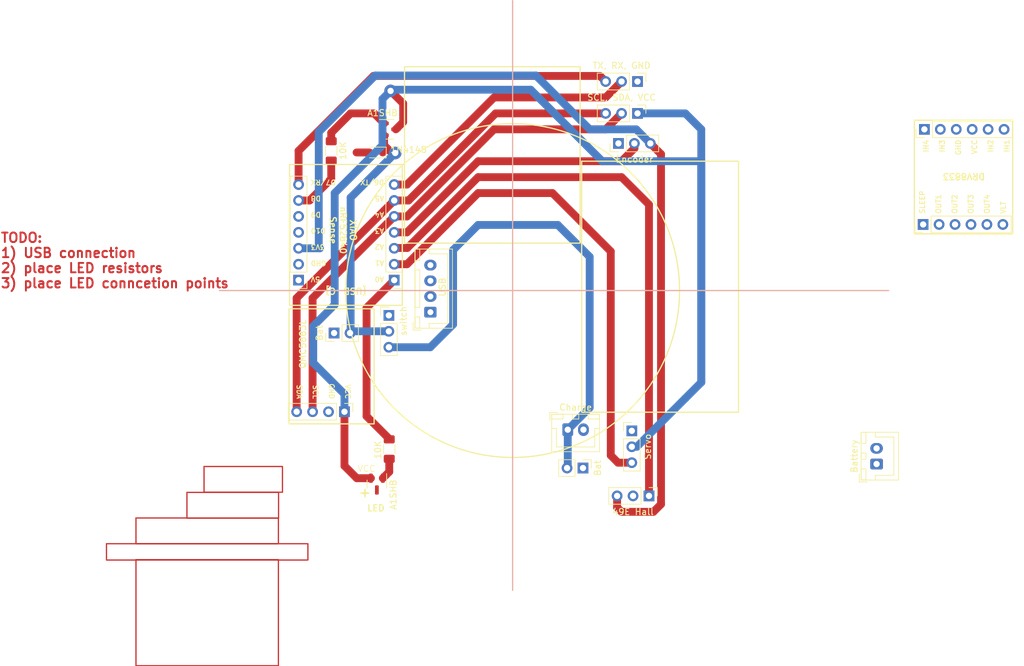
<source format=kicad_pcb>
(kicad_pcb (version 20221018) (generator pcbnew)
  (layers (0 "F.Cu" signal) (31 "B.Cu" signal) (34 "B.Paste" user) (35 "F.Paste" user) (36 "B.SilkS" user "B.Silkscreen") (37 "F.SilkS" user "F.Silkscreen") (38 "B.Mask" user) (39 "F.Mask" user) (44 "Edge.Cuts" user))
  (net 0 "")
  (net 1 "GND")
  (footprint "Package_TO_SOT_SMD:SOT-23" (layer "F.Cu") (at 115.942517 117.49624 -90)
    (fp_text reference "A1SHB" (at 1.694564 -2.612054 90) (layer "F.SilkS"))
    (fp_text value "SOT-23")
    (fp_line (start 0 -1.56) (end -1.675 -1.56) (stroke (width 0.12)) (layer "F.SilkS"))
    (fp_line (start 0 -1.56) (end 0.65 -1.56) (stroke (width 0.12)) (layer "F.SilkS"))
    (fp_line (start 0 1.56) (end -0.65 1.56) (stroke (width 0.12)) (layer "F.SilkS"))
    (fp_line (start 0 1.56) (end 0.65 1.56) (stroke (width 0.12)) (layer "F.SilkS"))
    (pad "1" smd roundrect (at -0.9375 -0.95 270) (size 1.475 0.6) (layers "F.Cu" "F.Paste" "F.Mask"))
    (pad "2" smd roundrect (at -0.9375 0.95 270) (size 1.475 0.6) (layers "F.Cu" "F.Paste" "F.Mask"))
    (pad "3" smd roundrect (at 0.9375 0 270) (size 1.475 0.6) (layers "F.Cu" "F.Paste" "F.Mask"))
  )
  (footprint "Connector_PinHeader_2.54mm:PinHeader_1x03_P2.54mm_Vertical" (layer "F.Cu") (at 157.48 58.42 -90)
    (fp_text reference "REF**" hide)
    (fp_text value "SCL, SDA, VCC" (at -2.54 2.54) (layer "F.SilkS"))
    (fp_line (start -1.33 -1.33) (end 0 -1.33) (stroke (width 0.12)) (layer "F.SilkS"))
    (fp_line (start -1.33 0) (end -1.33 -1.33) (stroke (width 0.12)) (layer "F.SilkS"))
    (fp_line (start -1.33 1.27) (end -1.33 6.41) (stroke (width 0.12)) (layer "F.SilkS"))
    (fp_line (start -1.33 1.27) (end 1.33 1.27) (stroke (width 0.12)) (layer "F.SilkS"))
    (fp_line (start -1.33 6.41) (end 1.33 6.41) (stroke (width 0.12)) (layer "F.SilkS"))
    (fp_line (start 1.33 1.27) (end 1.33 6.41) (stroke (width 0.12)) (layer "F.SilkS"))
    (pad "1" thru_hole rect (at 0 0 270) (size 1.7 1.7) (drill 1) (layers "*.Cu" "*.Mask"))
    (pad "2" thru_hole oval (at 0 2.54 270) (size 1.7 1.7) (drill 1) (layers "*.Cu" "*.Mask"))
    (pad "3" thru_hole oval (at 0 5.08 270) (size 1.7 1.7) (drill 1) (layers "*.Cu" "*.Mask"))
  )
  (footprint "Resistor_SMD:R_1206_3216Metric_Pad1.30x1.75mm_HandSolder" (layer "F.Cu") (at 117.912586 111.920979 -90)
    (fp_text reference "10K" (at 0.132168 1.806293 90) (layer "F.SilkS"))
    (fp_text value "R1002")
    (fp_line (start -0.727064 -0.91) (end 0.727064 -0.91) (stroke (width 0.12)) (layer "F.SilkS"))
    (fp_line (start -0.727064 0.91) (end 0.727064 0.91) (stroke (width 0.12)) (layer "F.SilkS"))
    (pad "1" smd roundrect (at -1.55 0 270) (size 1.3 1.75) (layers "F.Cu" "F.Paste" "F.Mask") (roundrect_rratio 0.1923076923))
    (pad "2" smd roundrect (at 1.55 0 270) (size 1.3 1.75) (layers "F.Cu" "F.Paste" "F.Mask") (roundrect_rratio 0.1923076923))
  )
  (footprint "MountingHole:MountingHole_2.1mm" (layer "F.Cu") (at 163.672146 60.96)
    (fp_text reference "REF**" hide)
    (fp_text value "MountingHole_2.1mm" hide)
    (pad "" np_thru_hole circle (at 0 0) (size 2.1 2.1) (drill 2.1) (layers "*.Cu" "*.Mask"))
  )
  (footprint "Resistor_SMD:R_1206_3216Metric_Pad1.30x1.75mm_HandSolder" (layer "F.Cu") (at 108.667427 64.402138 90)
    (fp_text reference "10K" (at 0.05733 1.879672 90) (layer "F.SilkS"))
    (fp_text value "R1002")
    (fp_line (start -0.727064 -0.91) (end 0.727064 -0.91) (stroke (width 0.12)) (layer "F.SilkS"))
    (fp_line (start -0.727064 0.91) (end 0.727064 0.91) (stroke (width 0.12)) (layer "F.SilkS"))
    (pad "1" smd roundrect (at -1.55 0 90) (size 1.3 1.75) (layers "F.Cu" "F.Paste" "F.Mask") (roundrect_rratio 0.1923076923))
    (pad "2" smd roundrect (at 1.55 0 90) (size 1.3 1.75) (layers "F.Cu" "F.Paste" "F.Mask") (roundrect_rratio 0.1923076923))
  )
  (footprint "Connector_PinHeader_2.54mm:PinHeader_1x06_P2.54mm_Vertical" (layer "F.Cu") (at 203.005358 76.12 90)
    (fp_text reference "REF**" hide)
    (fp_text value "PinHeader_1x06_P2.54mm_Vertical")
    (fp_line (start -1.33 -1.33) (end 0 -1.33) (stroke (width 0.12)) (layer "F.SilkS"))
    (fp_line (start -1.33 0) (end -1.33 -1.33) (stroke (width 0.12)) (layer "F.SilkS"))
    (fp_line (start -1.33 1.27) (end -1.33 14.03) (stroke (width 0.12)) (layer "F.SilkS"))
    (fp_line (start -1.33 1.27) (end 1.33 1.27) (stroke (width 0.12)) (layer "F.SilkS"))
    (fp_line (start -1.33 14.03) (end 1.33 14.03) (stroke (width 0.12)) (layer "F.SilkS"))
    (fp_line (start 1.33 1.27) (end 1.33 14.03) (stroke (width 0.12)) (layer "F.SilkS"))
    (pad "1" thru_hole rect (at 0 0 90) (size 1.7 1.7) (drill 1) (layers "*.Cu" "*.Mask"))
    (pad "2" thru_hole oval (at 0 2.54 90) (size 1.7 1.7) (drill 1) (layers "*.Cu" "*.Mask"))
    (pad "3" thru_hole oval (at 0 5.08 90) (size 1.7 1.7) (drill 1) (layers "*.Cu" "*.Mask"))
    (pad "4" thru_hole oval (at 0 7.62 90) (size 1.7 1.7) (drill 1) (layers "*.Cu" "*.Mask"))
    (pad "5" thru_hole oval (at 0 10.16 90) (size 1.7 1.7) (drill 1) (layers "*.Cu" "*.Mask"))
    (pad "6" thru_hole oval (at 0 12.7 90) (size 1.7 1.7) (drill 1) (layers "*.Cu" "*.Mask"))
  )
  (footprint "Connector_PinHeader_2.54mm:PinHeader_1x03_P2.54mm_Vertical" (layer "F.Cu") (at 156.569881 109.009009)
    (fp_text reference "Servo" (at 2.54 2.54 90) (layer "F.SilkS"))
    (fp_text value "PinHeader_1x03_P2.54mm_Vertical")
    (fp_line (start -1.33 -1.33) (end 0 -1.33) (stroke (width 0.12)) (layer "F.SilkS"))
    (fp_line (start -1.33 0) (end -1.33 -1.33) (stroke (width 0.12)) (layer "F.SilkS"))
    (fp_line (start -1.33 1.27) (end -1.33 6.41) (stroke (width 0.12)) (layer "F.SilkS"))
    (fp_line (start -1.33 1.27) (end 1.33 1.27) (stroke (width 0.12)) (layer "F.SilkS"))
    (fp_line (start -1.33 6.41) (end 1.33 6.41) (stroke (width 0.12)) (layer "F.SilkS"))
    (fp_line (start 1.33 1.27) (end 1.33 6.41) (stroke (width 0.12)) (layer "F.SilkS"))
    (pad "1" thru_hole rect (at 0 0) (size 1.7 1.7) (drill 1) (layers "*.Cu" "*.Mask") (net 1 "GND"))
    (pad "2" thru_hole oval (at 0 2.54) (size 1.7 1.7) (drill 1) (layers "*.Cu" "*.Mask"))
    (pad "3" thru_hole oval (at 0 5.08) (size 1.7 1.7) (drill 1) (layers "*.Cu" "*.Mask"))
  )
  (footprint "Connector_PinHeader_2.54mm:PinHeader_1x06_P2.54mm_Vertical" (layer "F.Cu") (at 203.2 60.96 90)
    (fp_text reference "REF**" hide)
    (fp_text value "PinHeader_1x06_P2.54mm_Vertical")
    (fp_line (start -1.33 -1.33) (end 0 -1.33) (stroke (width 0.12)) (layer "F.SilkS"))
    (fp_line (start -1.33 0) (end -1.33 -1.33) (stroke (width 0.12)) (layer "F.SilkS"))
    (fp_line (start -1.33 1.27) (end -1.33 14.03) (stroke (width 0.12)) (layer "F.SilkS"))
    (fp_line (start -1.33 1.27) (end 1.33 1.27) (stroke (width 0.12)) (layer "F.SilkS"))
    (fp_line (start -1.33 14.03) (end 1.33 14.03) (stroke (width 0.12)) (layer "F.SilkS"))
    (fp_line (start 1.33 1.27) (end 1.33 14.03) (stroke (width 0.12)) (layer "F.SilkS"))
    (pad "1" thru_hole rect (at 0 0 90) (size 1.7 1.7) (drill 1) (layers "*.Cu" "*.Mask"))
    (pad "2" thru_hole oval (at 0 2.54 90) (size 1.7 1.7) (drill 1) (layers "*.Cu" "*.Mask"))
    (pad "3" thru_hole oval (at 0 5.08 90) (size 1.7 1.7) (drill 1) (layers "*.Cu" "*.Mask") (net 1 "GND"))
    (pad "4" thru_hole oval (at 0 7.62 90) (size 1.7 1.7) (drill 1) (layers "*.Cu" "*.Mask"))
    (pad "5" thru_hole oval (at 0 10.16 90) (size 1.7 1.7) (drill 1) (layers "*.Cu" "*.Mask"))
    (pad "6" thru_hole oval (at 0 12.7 90) (size 1.7 1.7) (drill 1) (layers "*.Cu" "*.Mask"))
  )
  (footprint "Connector_JST:JST_XH_B4B-XH-A_1x04_P2.50mm_Vertical" (layer "F.Cu") (at 124.474132 90.101478 90)
    (fp_text reference "USB" (at 4.001155 1.911127 90) (layer "F.SilkS"))
    (fp_text value "JST_XH_B4B-XH-A_1x04_P2.50mm_Vertical")
    (fp_line (start -2.85 -2.75) (end -2.85 -1.5) (stroke (width 0.12)) (layer "F.SilkS"))
    (fp_line (start -2.56 -2.46) (end -2.56 3.51) (stroke (width 0.12)) (layer "F.SilkS"))
    (fp_line (start -2.56 3.51) (end 10.06 3.51) (stroke (width 0.12)) (layer "F.SilkS"))
    (fp_line (start -2.55 -2.45) (end -2.55 -1.7) (stroke (width 0.12)) (layer "F.SilkS"))
    (fp_line (start -2.55 -1.7) (end -0.75 -1.7) (stroke (width 0.12)) (layer "F.SilkS"))
    (fp_line (start -2.55 -0.2) (end -1.8 -0.2) (stroke (width 0.12)) (layer "F.SilkS"))
    (fp_line (start -1.8 -0.2) (end -1.8 2.75) (stroke (width 0.12)) (layer "F.SilkS"))
    (fp_line (start -1.8 2.75) (end 3.75 2.75) (stroke (width 0.12)) (layer "F.SilkS"))
    (fp_line (start -1.6 -2.75) (end -2.85 -2.75) (stroke (width 0.12)) (layer "F.SilkS"))
    (fp_line (start -0.75 -2.45) (end -2.55 -2.45) (stroke (width 0.12)) (layer "F.SilkS"))
    (fp_line (start -0.75 -1.7) (end -0.75 -2.45) (stroke (width 0.12)) (layer "F.SilkS"))
    (fp_line (start 0.75 -2.45) (end 0.75 -1.7) (stroke (width 0.12)) (layer "F.SilkS"))
    (fp_line (start 0.75 -1.7) (end 6.75 -1.7) (stroke (width 0.12)) (layer "F.SilkS"))
    (fp_line (start 6.75 -2.45) (end 0.75 -2.45) (stroke (width 0.12)) (layer "F.SilkS"))
    (fp_line (start 6.75 -1.7) (end 6.75 -2.45) (stroke (width 0.12)) (layer "F.SilkS"))
    (fp_line (start 8.25 -2.45) (end 8.25 -1.7) (stroke (width 0.12)) (layer "F.SilkS"))
    (fp_line (start 8.25 -1.7) (end 10.05 -1.7) (stroke (width 0.12)) (layer "F.SilkS"))
    (fp_line (start 9.3 -0.2) (end 9.3 2.75) (stroke (width 0.12)) (layer "F.SilkS"))
    (fp_line (start 9.3 2.75) (end 3.75 2.75) (stroke (width 0.12)) (layer "F.SilkS"))
    (fp_line (start 10.05 -2.45) (end 8.25 -2.45) (stroke (width 0.12)) (layer "F.SilkS"))
    (fp_line (start 10.05 -1.7) (end 10.05 -2.45) (stroke (width 0.12)) (layer "F.SilkS"))
    (fp_line (start 10.05 -0.2) (end 9.3 -0.2) (stroke (width 0.12)) (layer "F.SilkS"))
    (fp_line (start 10.06 -2.46) (end -2.56 -2.46) (stroke (width 0.12)) (layer "F.SilkS"))
    (fp_line (start 10.06 3.51) (end 10.06 -2.46) (stroke (width 0.12)) (layer "F.SilkS"))
    (pad "1" thru_hole roundrect (at 0 0 90) (size 1.7 1.95) (drill 0.95) (layers "*.Cu" "*.Mask") (roundrect_rratio 0.147059))
    (pad "2" thru_hole oval (at 2.5 0 90) (size 1.7 1.95) (drill 0.95) (layers "*.Cu" "*.Mask"))
    (pad "3" thru_hole oval (at 5 0 90) (size 1.7 1.95) (drill 0.95) (layers "*.Cu" "*.Mask"))
    (pad "4" thru_hole oval (at 7.5 0 90) (size 1.7 1.95) (drill 0.95) (layers "*.Cu" "*.Mask"))
  )
  (footprint "MountingHole:MountingHole_2.1mm" (layer "F.Cu") (at 112.872146 111.76)
    (fp_text reference "REF**" hide)
    (fp_text value "MountingHole_2.1mm" hide)
    (pad "" np_thru_hole circle (at 0 0) (size 2.1 2.1) (drill 2.1) (layers "*.Cu" "*.Mask"))
  )
  (footprint "Package_TO_SOT_SMD:SOT-23" (layer "F.Cu") (at 118.034308 60.96)
    (fp_text reference "A1SHB" (at -1.194308 -2.612054) (layer "F.SilkS"))
    (fp_text value "SOT-23")
    (fp_line (start 0 -1.56) (end -1.675 -1.56) (stroke (width 0.12)) (layer "F.SilkS"))
    (fp_line (start 0 -1.56) (end 0.65 -1.56) (stroke (width 0.12)) (layer "F.SilkS"))
    (fp_line (start 0 1.56) (end -0.65 1.56) (stroke (width 0.12)) (layer "F.SilkS"))
    (fp_line (start 0 1.56) (end 0.65 1.56) (stroke (width 0.12)) (layer "F.SilkS"))
    (pad "1" smd roundrect (at -0.9375 -0.95) (size 1.475 0.6) (layers "F.Cu" "F.Paste" "F.Mask"))
    (pad "2" smd roundrect (at -0.9375 0.95) (size 1.475 0.6) (layers "F.Cu" "F.Paste" "F.Mask"))
    (pad "3" smd roundrect (at 0.9375 0) (size 1.475 0.6) (layers "F.Cu" "F.Paste" "F.Mask"))
  )
  (footprint "Connector_PinHeader_2.54mm:PinHeader_1x03_P2.54mm_Vertical" (layer "F.Cu") (at 157.48 53.34 -90)
    (fp_text reference "REF**" hide)
    (fp_text value "TX, RX, GND" (at -2.54 2.54) (layer "F.SilkS"))
    (fp_line (start -1.33 -1.33) (end 0 -1.33) (stroke (width 0.12)) (layer "F.SilkS"))
    (fp_line (start -1.33 0) (end -1.33 -1.33) (stroke (width 0.12)) (layer "F.SilkS"))
    (fp_line (start -1.33 1.27) (end -1.33 6.41) (stroke (width 0.12)) (layer "F.SilkS"))
    (fp_line (start -1.33 1.27) (end 1.33 1.27) (stroke (width 0.12)) (layer "F.SilkS"))
    (fp_line (start -1.33 6.41) (end 1.33 6.41) (stroke (width 0.12)) (layer "F.SilkS"))
    (fp_line (start 1.33 1.27) (end 1.33 6.41) (stroke (width 0.12)) (layer "F.SilkS"))
    (pad "1" thru_hole rect (at 0 0 270) (size 1.7 1.7) (drill 1) (layers "*.Cu" "*.Mask") (net 1 "GND"))
    (pad "2" thru_hole oval (at 0 2.54 270) (size 1.7 1.7) (drill 1) (layers "*.Cu" "*.Mask"))
    (pad "3" thru_hole oval (at 0 5.08 270) (size 1.7 1.7) (drill 1) (layers "*.Cu" "*.Mask"))
  )
  (footprint "Connector_PinHeader_2.54mm:PinHeader_1x03_P2.54mm_Vertical" (layer "F.Cu") (at 154.442706 63.204445 90)
    (fp_text reference "REF**" hide)
    (fp_text value "Encoder" (at -2.54 2.54) (layer "F.SilkS"))
    (fp_line (start -1.33 -1.33) (end 0 -1.33) (stroke (width 0.12)) (layer "F.SilkS"))
    (fp_line (start -1.33 0) (end -1.33 -1.33) (stroke (width 0.12)) (layer "F.SilkS"))
    (fp_line (start -1.33 1.27) (end -1.33 6.41) (stroke (width 0.12)) (layer "F.SilkS"))
    (fp_line (start -1.33 1.27) (end 1.33 1.27) (stroke (width 0.12)) (layer "F.SilkS"))
    (fp_line (start -1.33 6.41) (end 1.33 6.41) (stroke (width 0.12)) (layer "F.SilkS"))
    (fp_line (start 1.33 1.27) (end 1.33 6.41) (stroke (width 0.12)) (layer "F.SilkS"))
    (pad "1" thru_hole rect (at 0 0 90) (size 1.7 1.7) (drill 1) (layers "*.Cu" "*.Mask") (net 1 "GND"))
    (pad "2" thru_hole oval (at 0 2.54 90) (size 1.7 1.7) (drill 1) (layers "*.Cu" "*.Mask"))
    (pad "3" thru_hole oval (at 0 5.08 90) (size 1.7 1.7) (drill 1) (layers "*.Cu" "*.Mask"))
  )
  (footprint "Connector_PinHeader_2.54mm:PinHeader_1x07_P2.54mm_Vertical" (layer "F.Cu") (at 118.706017 84.998811 180)
    (fp_text reference "REF**" hide)
    (fp_text value "PinHeader_1x07_P2.54mm_Vertical" hide)
    (fp_line (start -1.33 -1.33) (end 0 -1.33) (stroke (width 0.12)) (layer "F.SilkS"))
    (fp_line (start -1.33 0) (end -1.33 -1.33) (stroke (width 0.12)) (layer "F.SilkS"))
    (fp_line (start -1.33 1.27) (end -1.33 16.57) (stroke (width 0.12)) (layer "F.SilkS"))
    (fp_line (start -1.33 1.27) (end 1.33 1.27) (stroke (width 0.12)) (layer "F.SilkS"))
    (fp_line (start -1.33 16.57) (end 1.33 16.57) (stroke (width 0.12)) (layer "F.SilkS"))
    (fp_line (start 1.33 1.27) (end 1.33 16.57) (stroke (width 0.12)) (layer "F.SilkS"))
    (pad "1" thru_hole rect (at 0 0 180) (size 1.7 1.7) (drill 1) (layers "*.Cu" "*.Mask"))
    (pad "2" thru_hole oval (at 0 2.54 180) (size 1.7 1.7) (drill 1) (layers "*.Cu" "*.Mask"))
    (pad "3" thru_hole oval (at 0 5.08 180) (size 1.7 1.7) (drill 1) (layers "*.Cu" "*.Mask"))
    (pad "4" thru_hole oval (at 0 7.62 180) (size 1.7 1.7) (drill 1) (layers "*.Cu" "*.Mask"))
    (pad "5" thru_hole oval (at 0 10.16 180) (size 1.7 1.7) (drill 1) (layers "*.Cu" "*.Mask"))
    (pad "6" thru_hole oval (at 0 12.7 180) (size 1.7 1.7) (drill 1) (layers "*.Cu" "*.Mask"))
    (pad "7" thru_hole oval (at 0 15.24 180) (size 1.7 1.7) (drill 1) (layers "*.Cu" "*.Mask"))
  )
  (footprint "Connector_JST:JST_XH_B2B-XH-A_1x02_P2.50mm_Vertical" (layer "F.Cu") (at 146.363784 108.826184)
    (fp_text reference "Charge" (at 1.25 -3.55) (layer "F.SilkS"))
    (fp_text value "Charger")
    (fp_line (start -2.85 -2.75) (end -2.85 -1.5) (stroke (width 0.12)) (layer "F.SilkS"))
    (fp_line (start -2.56 -2.46) (end -2.56 3.51) (stroke (width 0.12)) (layer "F.SilkS"))
    (fp_line (start -2.56 3.51) (end 5.06 3.51) (stroke (width 0.12)) (layer "F.SilkS"))
    (fp_line (start -2.55 -2.45) (end -2.55 -1.7) (stroke (width 0.12)) (layer "F.SilkS"))
    (fp_line (start -2.55 -1.7) (end -0.75 -1.7) (stroke (width 0.12)) (layer "F.SilkS"))
    (fp_line (start -2.55 -0.2) (end -1.8 -0.2) (stroke (width 0.12)) (layer "F.SilkS"))
    (fp_line (start -1.8 -0.2) (end -1.8 2.75) (stroke (width 0.12)) (layer "F.SilkS"))
    (fp_line (start -1.8 2.75) (end 1.25 2.75) (stroke (width 0.12)) (layer "F.SilkS"))
    (fp_line (start -1.6 -2.75) (end -2.85 -2.75) (stroke (width 0.12)) (layer "F.SilkS"))
    (fp_line (start -0.75 -2.45) (end -2.55 -2.45) (stroke (width 0.12)) (layer "F.SilkS"))
    (fp_line (start -0.75 -1.7) (end -0.75 -2.45) (stroke (width 0.12)) (layer "F.SilkS"))
    (fp_line (start 0.75 -2.45) (end 0.75 -1.7) (stroke (width 0.12)) (layer "F.SilkS"))
    (fp_line (start 0.75 -1.7) (end 1.75 -1.7) (stroke (width 0.12)) (layer "F.SilkS"))
    (fp_line (start 1.75 -2.45) (end 0.75 -2.45) (stroke (width 0.12)) (layer "F.SilkS"))
    (fp_line (start 1.75 -1.7) (end 1.75 -2.45) (stroke (width 0.12)) (layer "F.SilkS"))
    (fp_line (start 3.25 -2.45) (end 3.25 -1.7) (stroke (width 0.12)) (layer "F.SilkS"))
    (fp_line (start 3.25 -1.7) (end 5.05 -1.7) (stroke (width 0.12)) (layer "F.SilkS"))
    (fp_line (start 4.3 -0.2) (end 4.3 2.75) (stroke (width 0.12)) (layer "F.SilkS"))
    (fp_line (start 4.3 2.75) (end 1.25 2.75) (stroke (width 0.12)) (layer "F.SilkS"))
    (fp_line (start 5.05 -2.45) (end 3.25 -2.45) (stroke (width 0.12)) (layer "F.SilkS"))
    (fp_line (start 5.05 -1.7) (end 5.05 -2.45) (stroke (width 0.12)) (layer "F.SilkS"))
    (fp_line (start 5.05 -0.2) (end 4.3 -0.2) (stroke (width 0.12)) (layer "F.SilkS"))
    (fp_line (start 5.06 -2.46) (end -2.56 -2.46) (stroke (width 0.12)) (layer "F.SilkS"))
    (fp_line (start 5.06 3.51) (end 5.06 -2.46) (stroke (width 0.12)) (layer "F.SilkS"))
    (pad "1" thru_hole roundrect (at 0 0) (size 1.7 2) (drill 1) (layers "*.Cu" "*.Mask") (roundrect_rratio 0.1470588235))
    (pad "2" thru_hole oval (at 2.5 0) (size 1.7 2) (drill 1) (layers "*.Cu" "*.Mask") (net 1 "GND"))
  )
  (footprint "Connector_PinHeader_2.54mm:PinHeader_1x02_P2.54mm_Vertical" (layer "F.Cu") (at 109.124497 93.424023 90)
    (fp_text reference "Bat" (at 0 -2.33 90) (layer "F.SilkS"))
    (fp_text value "PinHeader_1x02_P2.54mm_Vertical")
    (fp_line (start -1.33 -1.33) (end 0 -1.33) (stroke (width 0.12)) (layer "F.SilkS"))
    (fp_line (start -1.33 0) (end -1.33 -1.33) (stroke (width 0.12)) (layer "F.SilkS"))
    (fp_line (start -1.33 1.27) (end -1.33 3.87) (stroke (width 0.12)) (layer "F.SilkS"))
    (fp_line (start -1.33 1.27) (end 1.33 1.27) (stroke (width 0.12)) (layer "F.SilkS"))
    (fp_line (start -1.33 3.87) (end 1.33 3.87) (stroke (width 0.12)) (layer "F.SilkS"))
    (fp_line (start 1.33 1.27) (end 1.33 3.87) (stroke (width 0.12)) (layer "F.SilkS"))
    (pad "1" thru_hole rect (at 0 0 90) (size 1.7 1.7) (drill 1) (layers "*.Cu" "*.Mask"))
    (pad "2" thru_hole oval (at 0 2.54 90) (size 1.7 1.7) (drill 1) (layers "*.Cu" "*.Mask"))
  )
  (footprint "Connector_PinHeader_2.54mm:PinHeader_1x04_P2.54mm_Vertical" (layer "F.Cu") (at 110.777079 105.96674 -90)
    (fp_text reference "QMC5883L" (at -6.775469 6.637079 90) (layer "F.SilkS") (effects (justify left)))
    (fp_text value "PinHeader_1x04_P2.54mm_Vertical")
    (fp_line (start -1.33 -1.33) (end 0 -1.33) (stroke (width 0.12)) (layer "F.SilkS"))
    (fp_line (start -1.33 0) (end -1.33 -1.33) (stroke (width 0.12)) (layer "F.SilkS"))
    (fp_line (start -1.33 1.27) (end -1.33 8.95) (stroke (width 0.12)) (layer "F.SilkS"))
    (fp_line (start -1.33 1.27) (end 1.33 1.27) (stroke (width 0.12)) (layer "F.SilkS"))
    (fp_line (start -1.33 8.95) (end 1.33 8.95) (stroke (width 0.12)) (layer "F.SilkS"))
    (fp_line (start 1.33 1.27) (end 1.33 8.95) (stroke (width 0.12)) (layer "F.SilkS"))
    (pad "1" thru_hole rect (at 0 0 270) (size 1.7 1.7) (drill 1) (layers "*.Cu" "*.Mask"))
    (pad "2" thru_hole oval (at 0 2.54 270) (size 1.7 1.7) (drill 1) (layers "*.Cu" "*.Mask") (net 1 "GND"))
    (pad "3" thru_hole oval (at 0 5.08 270) (size 1.7 1.7) (drill 1) (layers "*.Cu" "*.Mask"))
    (pad "4" thru_hole oval (at 0 7.62 270) (size 1.7 1.7) (drill 1) (layers "*.Cu" "*.Mask"))
  )
  (footprint "Connector_PinHeader_2.54mm:PinHeader_1x02_P2.54mm_Vertical" (layer "F.Cu") (at 148.78989 114.941208 -90)
    (fp_text reference "Bat" (at 0 -2.33 90) (layer "F.SilkS"))
    (fp_text value "PinHeader_1x02_P2.54mm_Vertical")
    (fp_line (start -1.33 -1.33) (end 0 -1.33) (stroke (width 0.12)) (layer "F.SilkS"))
    (fp_line (start -1.33 0) (end -1.33 -1.33) (stroke (width 0.12)) (layer "F.SilkS"))
    (fp_line (start -1.33 1.27) (end -1.33 3.87) (stroke (width 0.12)) (layer "F.SilkS"))
    (fp_line (start -1.33 1.27) (end 1.33 1.27) (stroke (width 0.12)) (layer "F.SilkS"))
    (fp_line (start -1.33 3.87) (end 1.33 3.87) (stroke (width 0.12)) (layer "F.SilkS"))
    (fp_line (start 1.33 1.27) (end 1.33 3.87) (stroke (width 0.12)) (layer "F.SilkS"))
    (pad "1" thru_hole rect (at 0 0 270) (size 1.7 1.7) (drill 1) (layers "*.Cu" "*.Mask") (net 1 "GND"))
    (pad "2" thru_hole oval (at 0 2.54 270) (size 1.7 1.7) (drill 1) (layers "*.Cu" "*.Mask"))
  )
  (footprint "Connector_PinHeader_2.54mm:PinHeader_1x03_P2.54mm_Vertical" (layer "F.Cu") (at 159.308892 119.38 -90)
    (fp_text reference "49E Hall" (at 2.54 2.54) (layer "F.SilkS"))
    (fp_text value "PinHeader_1x03_P2.54mm_Vertical")
    (fp_line (start -1.33 -1.33) (end 0 -1.33) (stroke (width 0.12)) (layer "F.SilkS"))
    (fp_line (start -1.33 0) (end -1.33 -1.33) (stroke (width 0.12)) (layer "F.SilkS"))
    (fp_line (start -1.33 1.27) (end -1.33 6.41) (stroke (width 0.12)) (layer "F.SilkS"))
    (fp_line (start -1.33 1.27) (end 1.33 1.27) (stroke (width 0.12)) (layer "F.SilkS"))
    (fp_line (start -1.33 6.41) (end 1.33 6.41) (stroke (width 0.12)) (layer "F.SilkS"))
    (fp_line (start 1.33 1.27) (end 1.33 6.41) (stroke (width 0.12)) (layer "F.SilkS"))
    (pad "1" thru_hole rect (at 0 0 270) (size 1.7 1.7) (drill 1) (layers "*.Cu" "*.Mask"))
    (pad "2" thru_hole oval (at 0 2.54 270) (size 1.7 1.7) (drill 1) (layers "*.Cu" "*.Mask") (net 1 "GND"))
    (pad "3" thru_hole oval (at 0 5.08 270) (size 1.7 1.7) (drill 1) (layers "*.Cu" "*.Mask"))
  )
  (footprint "Diode_SMD:D_SOD-323" (layer "F.Cu") (at 115.822339 64.646647 180)
    (fp_text reference "1N4148" (at -5.177282 0.439624) (layer "F.SilkS"))
    (fp_text value "D_SOD-323")
    (fp_line (start -1.61 -0.85) (end -1.61 0.85) (stroke (width 0.12)) (layer "F.SilkS"))
    (fp_line (start -1.61 -0.85) (end 1.05 -0.85) (stroke (width 0.12)) (layer "F.SilkS"))
    (fp_line (start -1.61 0.85) (end 1.05 0.85) (stroke (width 0.12)) (layer "F.SilkS"))
    (pad "1" smd roundrect (at -1.05 0 180) (size 0.6 0.45) (layers "F.Cu" "F.Paste" "F.Mask"))
    (pad "2" smd roundrect (at 1.05 0 180) (size 0.6 0.45) (layers "F.Cu" "F.Paste" "F.Mask") (net 1 "GND"))
  )
  (footprint "MountingHole:MountingHole_2.1mm" (layer "F.Cu") (at 112.872146 60.96)
    (fp_text reference "REF**" hide)
    (fp_text value "MountingHole_2.1mm" hide)
    (pad "" np_thru_hole circle (at 0 0) (size 2.1 2.1) (drill 2.1) (layers "*.Cu" "*.Mask"))
  )
  (footprint "Connector_PinHeader_2.54mm:PinHeader_1x07_P2.54mm_Vertical" (layer "F.Cu") (at 103.466017 84.998811 180)
    (fp_text reference "REF**" hide)
    (fp_text value "PinHeader_1x07_P2.54mm_Vertical" hide)
    (fp_line (start -1.33 -1.33) (end 0 -1.33) (stroke (width 0.12)) (layer "F.SilkS"))
    (fp_line (start -1.33 0) (end -1.33 -1.33) (stroke (width 0.12)) (layer "F.SilkS"))
    (fp_line (start -1.33 1.27) (end -1.33 16.57) (stroke (width 0.12)) (layer "F.SilkS"))
    (fp_line (start -1.33 1.27) (end 1.33 1.27) (stroke (width 0.12)) (layer "F.SilkS"))
    (fp_line (start -1.33 16.57) (end 1.33 16.57) (stroke (width 0.12)) (layer "F.SilkS"))
    (fp_line (start 1.33 1.27) (end 1.33 16.57) (stroke (width 0.12)) (layer "F.SilkS"))
    (pad "1" thru_hole rect (at 0 0 180) (size 1.7 1.7) (drill 1) (layers "*.Cu" "*.Mask"))
    (pad "2" thru_hole oval (at 0 2.54 180) (size 1.7 1.7) (drill 1) (layers "*.Cu" "*.Mask") (net 1 "GND"))
    (pad "3" thru_hole oval (at 0 5.08 180) (size 1.7 1.7) (drill 1) (layers "*.Cu" "*.Mask"))
    (pad "4" thru_hole oval (at 0 7.62 180) (size 1.7 1.7) (drill 1) (layers "*.Cu" "*.Mask"))
    (pad "5" thru_hole oval (at 0 10.16 180) (size 1.7 1.7) (drill 1) (layers "*.Cu" "*.Mask"))
    (pad "6" thru_hole oval (at 0 12.7 180) (size 1.7 1.7) (drill 1) (layers "*.Cu" "*.Mask"))
    (pad "7" thru_hole oval (at 0 15.24 180) (size 1.7 1.7) (drill 1) (layers "*.Cu" "*.Mask"))
  )
  (footprint "Connector_JST:JST_XH_B2B-XH-A_1x02_P2.50mm_Vertical" (layer "F.Cu") (at 195.58 114.3 90)
    (fp_text reference "Battery" (at 1.25 -3.55 90) (layer "F.SilkS"))
    (fp_text value "Charger")
    (fp_line (start -2.85 -2.75) (end -2.85 -1.5) (stroke (width 0.12)) (layer "F.SilkS"))
    (fp_line (start -2.56 -2.46) (end -2.56 3.51) (stroke (width 0.12)) (layer "F.SilkS"))
    (fp_line (start -2.56 3.51) (end 5.06 3.51) (stroke (width 0.12)) (layer "F.SilkS"))
    (fp_line (start -2.55 -2.45) (end -2.55 -1.7) (stroke (width 0.12)) (layer "F.SilkS"))
    (fp_line (start -2.55 -1.7) (end -0.75 -1.7) (stroke (width 0.12)) (layer "F.SilkS"))
    (fp_line (start -2.55 -0.2) (end -1.8 -0.2) (stroke (width 0.12)) (layer "F.SilkS"))
    (fp_line (start -1.8 -0.2) (end -1.8 2.75) (stroke (width 0.12)) (layer "F.SilkS"))
    (fp_line (start -1.8 2.75) (end 1.25 2.75) (stroke (width 0.12)) (layer "F.SilkS"))
    (fp_line (start -1.6 -2.75) (end -2.85 -2.75) (stroke (width 0.12)) (layer "F.SilkS"))
    (fp_line (start -0.75 -2.45) (end -2.55 -2.45) (stroke (width 0.12)) (layer "F.SilkS"))
    (fp_line (start -0.75 -1.7) (end -0.75 -2.45) (stroke (width 0.12)) (layer "F.SilkS"))
    (fp_line (start 0.75 -2.45) (end 0.75 -1.7) (stroke (width 0.12)) (layer "F.SilkS"))
    (fp_line (start 0.75 -1.7) (end 1.75 -1.7) (stroke (width 0.12)) (layer "F.SilkS"))
    (fp_line (start 1.75 -2.45) (end 0.75 -2.45) (stroke (width 0.12)) (layer "F.SilkS"))
    (fp_line (start 1.75 -1.7) (end 1.75 -2.45) (stroke (width 0.12)) (layer "F.SilkS"))
    (fp_line (start 3.25 -2.45) (end 3.25 -1.7) (stroke (width 0.12)) (layer "F.SilkS"))
    (fp_line (start 3.25 -1.7) (end 5.05 -1.7) (stroke (width 0.12)) (layer "F.SilkS"))
    (fp_line (start 4.3 -0.2) (end 4.3 2.75) (stroke (width 0.12)) (layer "F.SilkS"))
    (fp_line (start 4.3 2.75) (end 1.25 2.75) (stroke (width 0.12)) (layer "F.SilkS"))
    (fp_line (start 5.05 -2.45) (end 3.25 -2.45) (stroke (width 0.12)) (layer "F.SilkS"))
    (fp_line (start 5.05 -1.7) (end 5.05 -2.45) (stroke (width 0.12)) (layer "F.SilkS"))
    (fp_line (start 5.05 -0.2) (end 4.3 -0.2) (stroke (width 0.12)) (layer "F.SilkS"))
    (fp_line (start 5.06 -2.46) (end -2.56 -2.46) (stroke (width 0.12)) (layer "F.SilkS"))
    (fp_line (start 5.06 3.51) (end 5.06 -2.46) (stroke (width 0.12)) (layer "F.SilkS"))
    (pad "1" thru_hole roundrect (at 0 0 90) (size 1.7 2) (drill 1) (layers "*.Cu" "*.Mask") (roundrect_rratio 0.1470588235))
    (pad "2" thru_hole oval (at 2.5 0 90) (size 1.7 2) (drill 1) (layers "*.Cu" "*.Mask"))
  )
  (footprint "Connector_PinHeader_2.54mm:PinHeader_1x03_P2.54mm_Vertical" (layer "F.Cu") (at 117.853299 90.606378)
    (fp_text reference "switch" (at 2.320948 0.892976 90) (layer "F.SilkS"))
    (fp_text value "PinHeader_1x03_P2.54mm_Vertical")
    (fp_line (start -1.33 -1.33) (end 0 -1.33) (stroke (width 0.12)) (layer "F.SilkS"))
    (fp_line (start -1.33 0) (end -1.33 -1.33) (stroke (width 0.12)) (layer "F.SilkS"))
    (fp_line (start -1.33 1.27) (end -1.33 6.41) (stroke (width 0.12)) (layer "F.SilkS"))
    (fp_line (start -1.33 1.27) (end 1.33 1.27) (stroke (width 0.12)) (layer "F.SilkS"))
    (fp_line (start -1.33 6.41) (end 1.33 6.41) (stroke (width 0.12)) (layer "F.SilkS"))
    (fp_line (start 1.33 1.27) (end 1.33 6.41) (stroke (width 0.12)) (layer "F.SilkS"))
    (pad "1" thru_hole rect (at 0 0) (size 1.7 1.7) (drill 1) (layers "*.Cu" "*.Mask"))
    (pad "2" thru_hole oval (at 0 2.54) (size 1.7 1.7) (drill 1) (layers "*.Cu" "*.Mask"))
    (pad "3" thru_hole oval (at 0 5.08) (size 1.7 1.7) (drill 1) (layers "*.Cu" "*.Mask"))
  )
  (footprint "MountingHole:MountingHole_2.1mm" (layer "F.Cu") (at 163.672146 111.76)
    (fp_text reference "REF**" hide)
    (fp_text value "MountingHole_2.1mm" hide)
    (pad "" np_thru_hole circle (at 0 0) (size 2.1 2.1) (drill 2.1) (layers "*.Cu" "*.Mask"))
  )
  (gr_rect (start 88.396671 114.693043) (end 100.896671 118.793043) (stroke (width 0.2)) (fill none) (layer "F.Cu"))
  (gr_rect (start 85.672758 118.822028) (end 100.272758 122.922028) (stroke (width 0.2)) (fill none) (layer "F.Cu"))
  (gr_rect (start 77.55 122.9) (end 100.25 127) (stroke (width 0.2)) (fill none) (layer "F.Cu"))
  (gr_rect (start 72.85 127) (end 104.95 129.6) (stroke (width 0.2)) (fill none) (layer "F.Cu"))
  (gr_rect (start 77.55 129.54) (end 100.25 146.44) (stroke (width 0.2)) (fill none) (layer "F.Cu"))
  (gr_line (start 137.576439 40.448532) (end 137.576439 134.428532) (stroke (width 0.2)) (layer "B.SilkS"))
  (gr_line (start 90.850202 86.652568) (end 197.530202 86.652568) (stroke (width 0.2)) (layer "B.SilkS"))
  (gr_rect (start 148.582606 66.04) (end 173.582606 106.04) (stroke (width 0.2)) (fill none) (layer "F.SilkS"))
  (gr_rect (start 201.6023 59.51285) (end 217.272647 77.620807) (stroke (width 0.2)) (fill none) (layer "F.SilkS"))
  (gr_circle (center 137.57644 86.652568) (end 164.177703 86.652568) (stroke (width 0.2)) (fill none) (layer "F.SilkS"))
  (gr_rect (start 102.021008 66.562029) (end 119.991472 89.005804) (stroke (width 0.2)) (fill none) (layer "F.SilkS"))
  (gr_rect (start 115.503258 89.553865) (end 101.948963 107.900751) (stroke (width 0.2)) (fill none) (layer "F.SilkS"))
  (gr_rect (start 120.343915 50.981891) (end 148.330776 79.10048) (stroke (width 0.2)) (fill none) (layer "F.SilkS"))
  (gr_text "TODO:\n1) USB connection\n2) place LED resistors\n3) place LED conncetion points" (at 55.88 86.36) (layer "F.Cu") (effects (font (size 1.5 1.5) (thickness 0.3) bold) (justify left bottom)))
  (gr_text "A0\n\nA1\n\nA2\n\nA3\n\nA4\n\nA5\n\nD6/TX" (at 117.171159 68.921547 180) (layer "F.SilkS") (effects (font (size 0.8 0.8)) (justify left bottom)))
  (gr_text "VCC\n\nGND\n\nSCL\n\nSDA" (at 103.106534 104.01244 -90) (layer "F.SilkS") (effects (font (size 0.8 0.8)) (justify right bottom)))
  (gr_text "XIAO\nnRF52840\nSense" (at 108.349333 77.033226 -90) (layer "F.SilkS") (effects (font (size 1 1) (thickness 0.2) bold) (justify bottom)))
  (gr_text "VCC" (at 112.802098 115.621678) (layer "F.SilkS") (effects (font (size 1 1) (thickness 0.1)) (justify left bottom)))
  (gr_text "LED" (at 114.3 121.92) (layer "F.SilkS") (effects (font (size 1 1) (thickness 0.2) bold) (justify left bottom)))
  (gr_text "+" (at 113.257087 117.81114 -90) (layer "F.SilkS") (effects (font (size 1.5 1.5) (thickness 0.3) bold) (justify left bottom)))
  (gr_text "[USB-C]" (at 111.010916 86.132437 180) (layer "F.SilkS") (effects (font (size 1 1) (thickness 0.2) bold) (justify bottom)))
  (gr_text "DRV8833" (at 209.495511 67.870369 180) (layer "F.SilkS") (effects (font (size 1 1) (thickness 0.2) bold) (justify bottom)))
  (gr_text "SLEEP\n\nOUT1\n\nOUT2\n\nOUT3\n\nOUT4\n\nVLT" (at 216.227957 74.486738 90) (layer "F.SilkS") (effects (font (size 0.8 0.8)) (justify left bottom)))
  (gr_text "5V\n\nGND\n\n3V3\n\nD10\n\nD9\n\nD8\n\nD7/RX" (at 105.33134 68.921547 180) (layer "F.SilkS") (effects (font (size 0.8 0.8)) (justify right bottom)))
  (gr_text "IN4\n\nIN3\n\nGND\n\nVCC\n\nIN2\n\nIN1" (at 216.80834 62.530843 90) (layer "F.SilkS") (effects (font (size 0.8 0.8)) (justify right bottom)))
  (segment (start 118.706017 79.918811) (end 118.75645 79.868378) (width 1.25) (layer "F.Cu") (net 0))
  (segment (start 118.12763 54.834262) (end 120.1337 56.840332) (width 1.25) (layer "F.Cu") (net 0))
  (segment (start 156.982706 63.204445) (end 156.982706 63.997294) (width 1.25) (layer "F.Cu") (net 0))
  (segment (start 154.228892 121.208892) (end 154.94 121.92) (width 1.25) (layer "F.Cu") (net 0))
  (segment (start 111.76 58.42) (end 115.506808 58.42) (width 1.25) (layer "F.Cu") (net 0))
  (segment (start 134.872414 58.42) (end 152.4 58.42) (width 1.25) (layer "F.Cu") (net 0))
  (segment (start 117.096808 61.91) (end 117.096808 63.5) (width 1.25) (layer "F.Cu") (net 0))
  (segment (start 152.4 55.88) (end 134.62 55.88) (width 1.25) (layer "F.Cu") (net 0))
  (segment (start 154.94 121.92) (end 160.02 121.92) (width 1.25) (layer "F.Cu") (net 0))
  (segment (start 132.08 68.58) (end 154.94 68.58) (width 1.25) (layer "F.Cu") (net 0))
  (segment (start 120.741189 77.378811) (end 118.706017 77.378811) (width 1.25) (layer "F.Cu") (net 0))
  (segment (start 153.218194 80.410674) (end 153.218194 112.927758) (width 1.25) (layer "F.Cu") (net 0))
  (segment (start 118.878512 72.471306) (end 118.706017 72.298811) (width 1.25) (layer "F.Cu") (net 0))
  (segment (start 110.777079 114.596057) (end 110.777079 105.96674) (width 1.25) (layer "F.Cu") (net 0))
  (segment (start 161.225223 120.714777) (end 161.225223 64.906962) (width 1.25) (layer "F.Cu") (net 0))
  (segment (start 112.739762 116.55874) (end 110.777079 114.596057) (width 1.25) (layer "F.Cu") (net 0))
  (segment (start 118.75645 79.868378) (end 120.791622 79.868378) (width 1.25) (layer "F.Cu") (net 0))
  (segment (start 120.993603 72.298811) (end 134.872414 58.42) (width 1.25) (layer "F.Cu") (net 0))
  (segment (start 132.08 71.12) (end 143.92752 71.12) (width 1.25) (layer "F.Cu") (net 0))
  (segment (start 103.466017 64.387649) (end 115.401316 52.45235) (width 1.25) (layer "F.Cu") (net 0))
  (segment (start 152.4 60.96) (end 154.94 58.42) (width 1.25) (layer "F.Cu") (net 0))
  (segment (start 117.912586 115.538671) (end 116.892517 116.55874) (width 1.25) (layer "F.Cu") (net 0))
  (segment (start 154.94 68.58) (end 159.308892 72.948892) (width 1.25) (layer "F.Cu") (net 0))
  (segment (start 115.506808 58.42) (end 117.096808 60.01) (width 1.25) (layer "F.Cu") (net 0))
  (segment (start 118.706017 72.298811) (end 103.157079 87.847749) (width 1.25) (layer "F.Cu") (net 0))
  (segment (start 154.94 53.34) (end 152.4 55.88) (width 1.25) (layer "F.Cu") (net 0))
  (segment (start 117.096808 63.5) (end 117.096808 64.422178) (width 1.25) (layer "F.Cu") (net 0))
  (segment (start 134.62 55.88) (end 120.741189 69.758811) (width 1.25) (layer "F.Cu") (net 0))
  (segment (start 134.62 60.96) (end 152.4 60.96) (width 1.25) (layer "F.Cu") (net 0))
  (segment (start 118.706017 74.838811) (end 105.697079 87.847749) (width 1.25) (layer "F.Cu") (net 0))
  (segment (start 120.1337 56.840332) (end 120.1337 59.798108) (width 1.25) (layer "F.Cu") (net 0))
  (segment (start 117.096808 64.422178) (end 116.872339 64.646647) (width 1.25) (layer "F.Cu") (net 0))
  (segment (start 154.94 66.04) (end 132.08 66.04) (width 1.25) (layer "F.Cu") (net 0))
  (segment (start 159.308892 72.948892) (end 159.308892 119.38) (width 1.25) (layer "F.Cu") (net 0))
  (segment (start 114.3 106.68) (end 117.930206 110.310206) (width 1.25) (layer "F.Cu") (net 0))
  (segment (start 103.466017 72.298811) (end 105.221189 72.298811) (width 1.25) (layer "F.Cu") (net 0))
  (segment (start 120.791622 79.868378) (end 132.08 68.58) (width 1.25) (layer "F.Cu") (net 0))
  (segment (start 118.867402 64.732494) (end 118.329302 64.732494) (width 1.25) (layer "F.Cu") (net 0))
  (segment (start 153.218194 112.927758) (end 154.379445 114.089009) (width 1.25) (layer "F.Cu") (net 0))
  (segment (start 108.667427 61.512573) (end 111.76 58.42) (width 1.25) (layer "F.Cu") (net 0))
  (segment (start 120.741189 82.458811) (end 132.08 71.12) (width 1.25) (layer "F.Cu") (net 0))
  (segment (start 132.08 66.04) (end 120.741189 77.378811) (width 1.25) (layer "F.Cu") (net 0))
  (segment (start 108.667427 62.852138) (end 108.667427 61.512573) (width 1.25) (layer "F.Cu") (net 0))
  (segment (start 120.741189 74.838811) (end 134.62 60.96) (width 1.25) (layer "F.Cu") (net 0))
  (segment (start 105.697079 87.847749) (end 105.697079 105.96674) (width 1.25) (layer "F.Cu") (net 0))
  (segment (start 114.3 89.404828) (end 114.3 106.68) (width 1.25) (layer "F.Cu") (net 0))
  (segment (start 105.221189 72.298811) (end 108.667427 68.852573) (width 1.25) (layer "F.Cu") (net 0))
  (segment (start 156.982706 63.997294) (end 154.94 66.04) (width 1.25) (layer "F.Cu") (net 0))
  (segment (start 154.379445 114.089009) (end 156.569881 114.089009) (width 1.25) (layer "F.Cu") (net 0))
  (segment (start 103.157079 87.847749) (end 103.157079 105.96674) (width 1.25) (layer "F.Cu") (net 0))
  (segment (start 114.992517 116.55874) (end 112.739762 116.55874) (width 1.25) (layer "F.Cu") (net 0))
  (segment (start 103.466017 69.758811) (end 103.466017 64.387649) (width 1.25) (layer "F.Cu") (net 0))
  (segment (start 108.667427 68.852573) (end 108.667427 65.952138) (width 1.25) (layer "F.Cu") (net 0))
  (segment (start 143.92752 71.12) (end 153.218194 80.410674) (width 1.25) (layer "F.Cu") (net 0))
  (segment (start 120.1337 59.798108) (end 118.971808 60.96) (width 1.25) (layer "F.Cu") (net 0))
  (segment (start 151.51235 52.45235) (end 152.4 53.34) (width 1.25) (layer "F.Cu") (net 0))
  (segment (start 118.706017 74.838811) (end 120.741189 74.838811) (width 1.25) (layer "F.Cu") (net 0))
  (segment (start 118.329302 64.732494) (end 117.096808 63.5) (width 1.25) (layer "F.Cu") (net 0))
  (segment (start 115.401316 52.45235) (end 151.51235 52.45235) (width 1.25) (layer "F.Cu") (net 0))
  (segment (start 160.02 121.92) (end 161.225223 120.714777) (width 1.25) (layer "F.Cu") (net 0))
  (segment (start 118.706017 84.998811) (end 114.3 89.404828) (width 1.25) (layer "F.Cu") (net 0))
  (segment (start 117.912586 113.470979) (end 117.912586 115.538671) (width 1.25) (layer "F.Cu") (net 0))
  (segment (start 120.741189 69.758811) (end 118.706017 69.758811) (width 1.25) (layer "F.Cu") (net 0))
  (segment (start 118.706017 72.298811) (end 120.993603 72.298811) (width 1.25) (layer "F.Cu") (net 0))
  (segment (start 118.706017 82.458811) (end 120.741189 82.458811) (width 1.25) (layer "F.Cu") (net 0))
  (segment (start 161.225223 64.906962) (end 159.522706 63.204445) (width 1.25) (layer "F.Cu") (net 0))
  (segment (start 154.228892 119.38) (end 154.228892 121.208892) (width 1.25) (layer "F.Cu") (net 0))
  (via (at 118.867402 64.732494) (size 2) (drill 1) (layers "F.Cu" "B.Cu") (net 0))
  (via (at 118.12763 54.834262) (size 2) (drill 1) (layers "F.Cu" "B.Cu") (net 0))
  (segment (start 118.12763 54.834262) (end 118.316114 54.645778) (width 1.25) (layer "B.Cu") (net 0))
  (segment (start 105.802544 92.317456) (end 105.802544 98.182544) (width 1.25) (layer "B.Cu") (net 0))
  (segment (start 111.76 71.839896) (end 118.867402 64.732494) (width 1.25) (layer "B.Cu") (net 0))
  (segment (start 106.68 79.74075) (end 106.68 61.381302) (width 1.25) (layer "B.Cu") (net 0))
  (segment (start 118.316114 54.645778) (end 140.46301 54.645778) (width 1.25) (layer "B.Cu") (net 0))
  (segment (start 110.777079 103.157079) (end 110.777079 105.96674) (width 1.25) (layer "B.Cu") (net 0))
  (segment (start 157.48 58.42) (end 165.1 58.42) (width 1.25) (layer "B.Cu") (net 0))
  (segment (start 140.46301 54.645778) (end 151.857232 66.04) (width 1.25) (layer "B.Cu") (net 0))
  (segment (start 141.283967 52.383967) (end 149.86 60.96) (width 1.25) (layer "B.Cu") (net 0))
  (segment (start 132.08 76.2) (end 144.78 76.2) (width 1.25) (layer "B.Cu") (net 0))
  (segment (start 124.46 95.686378) (end 128.09163 92.054748) (width 1.25) (layer "B.Cu") (net 0))
  (segment (start 117.853299 93.146378) (end 111.942142 93.146378) (width 1.25) (layer "B.Cu") (net 0))
  (segment (start 106.68 61.381302) (end 115.677335 52.383967) (width 1.25) (layer "B.Cu") (net 0))
  (segment (start 149.86 81.28) (end 149.86 105.329968) (width 1.25) (layer "B.Cu") (net 0))
  (segment (start 167.64 101.28889) (end 165.1 103.82889) (width 1.25) (layer "B.Cu") (net 0))
  (segment (start 167.64 66.04) (end 167.64 101.28889) (width 1.25) (layer "B.Cu") (net 0))
  (segment (start 118.12763 54.834262) (end 116.84 56.121892) (width 1.25) (layer "B.Cu") (net 0))
  (segment (start 149.86 60.96) (end 157.278261 60.96) (width 1.25) (layer "B.Cu") (net 0))
  (segment (start 146.363784 114.747042) (end 146.244738 114.866088) (width 1.25) (layer "B.Cu") (net 0))
  (segment (start 105.802544 98.182544) (end 110.777079 103.157079) (width 1.25) (layer "B.Cu") (net 0))
  (segment (start 109.22 71.12) (end 109.22 88.9) (width 1.25) (layer "B.Cu") (net 0))
  (segment (start 117.853299 95.686378) (end 124.46 95.686378) (width 1.25) (layer "B.Cu") (net 0))
  (segment (start 106.858061 79.918811) (end 106.68 79.74075) (width 1.25) (layer "B.Cu") (net 0))
  (segment (start 144.78 76.2) (end 149.86 81.28) (width 1.25) (layer "B.Cu") (net 0))
  (segment (start 151.857232 66.04) (end 167.64 66.04) (width 1.25) (layer "B.Cu") (net 0))
  (segment (start 167.64 60.96) (end 167.64 101.28889) (width 1.25) (layer "B.Cu") (net 0))
  (segment (start 103.466017 79.918811) (end 106.858061 79.918811) (width 1.25) (layer "B.Cu") (net 0))
  (segment (start 111.76 93.32852) (end 111.76 71.839896) (width 1.25) (layer "B.Cu") (net 0))
  (segment (start 165.1 103.82889) (end 157.379881 111.549009) (width 1.25) (layer "B.Cu") (net 0))
  (segment (start 146.363784 108.826184) (end 146.363784 114.747042) (width 1.25) (layer "B.Cu") (net 0))
  (segment (start 111.942142 93.146378) (end 111.664497 93.424023) (width 1.25) (layer "B.Cu") (net 0))
  (segment (start 116.84 63.5) (end 109.22 71.12) (width 1.25) (layer "B.Cu") (net 0))
  (segment (start 128.09163 80.18837) (end 132.08 76.2) (width 1.25) (layer "B.Cu") (net 0))
  (segment (start 128.09163 92.054748) (end 128.09163 80.18837) (width 1.25) (layer "B.Cu") (net 0))
  (segment (start 157.278261 60.96) (end 159.522706 63.204445) (width 1.25) (layer "B.Cu") (net 0))
  (segment (start 165.1 58.42) (end 167.64 60.96) (width 1.25) (layer "B.Cu") (net 0))
  (segment (start 111.664497 93.424023) (end 111.76 93.32852) (width 1.25) (layer "B.Cu") (net 0))
  (segment (start 154.126656 119.277764) (end 154.228892 119.38) (width 1.25) (layer "B.Cu") (net 0))
  (segment (start 115.677335 52.383967) (end 141.283967 52.383967) (width 1.25) (layer "B.Cu") (net 0))
  (segment (start 109.22 88.9) (end 105.802544 92.317456) (width 1.25) (layer "B.Cu") (net 0))
  (segment (start 149.86 105.329968) (end 146.363784 108.826184) (width 1.25) (layer "B.Cu") (net 0))
  (segment (start 116.84 56.121892) (end 116.84 63.5) (width 1.25) (layer "B.Cu") (net 0))
  (segment (start 157.379881 111.549009) (end 156.569881 111.549009) (width 1.25) (layer "B.Cu") (net 0))
  (segment (start 114.772339 64.646647) (end 112.707992 64.646647) (width 1.25) (layer "F.Cu") (net 1))
  (segment (start 148.863784 114.787042) (end 148.784738 114.866088) (width 1.25) (layer "B.Cu") (net 1))
)
</source>
